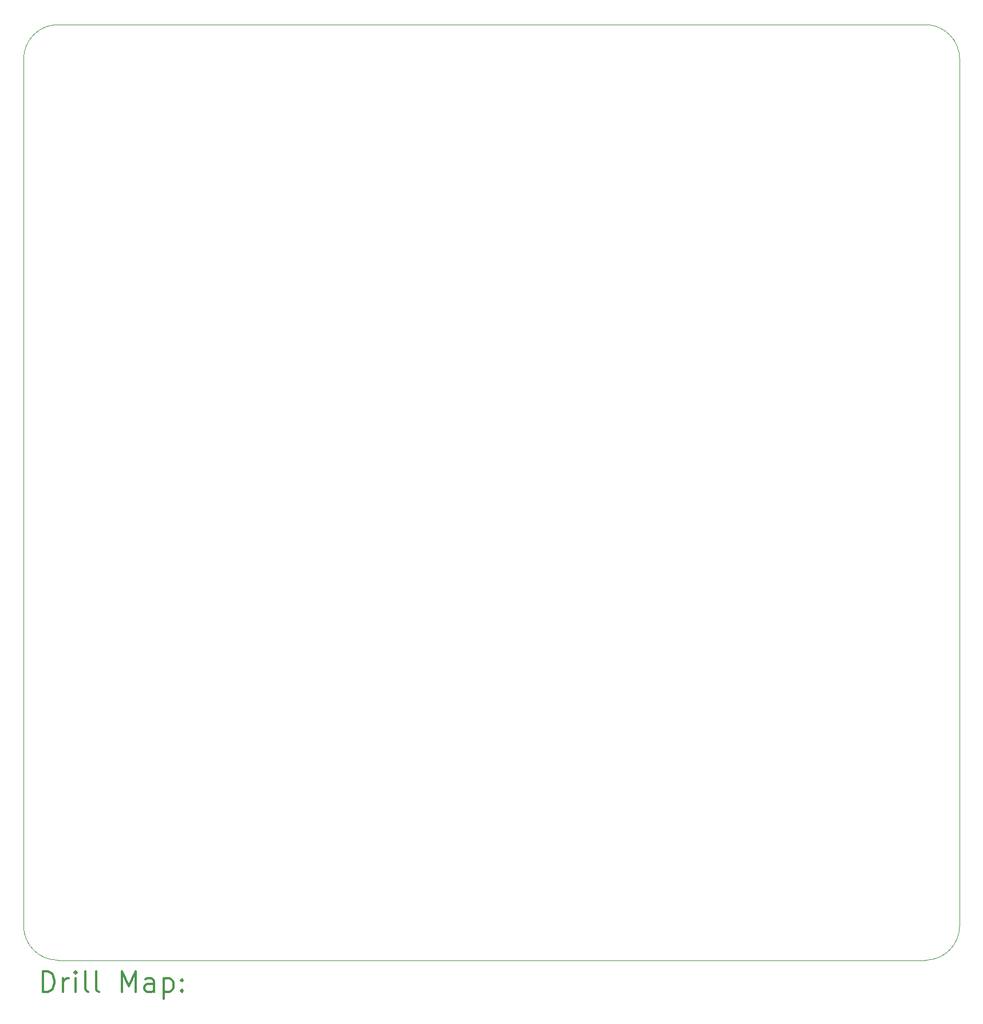
<source format=gbr>
%FSLAX45Y45*%
G04 Gerber Fmt 4.5, Leading zero omitted, Abs format (unit mm)*
G04 Created by KiCad (PCBNEW (5.1.10)-1) date 2021-11-24 08:50:35*
%MOMM*%
%LPD*%
G01*
G04 APERTURE LIST*
%TA.AperFunction,Profile*%
%ADD10C,0.050000*%
%TD*%
%ADD11C,0.200000*%
%ADD12C,0.300000*%
G04 APERTURE END LIST*
D10*
X20618450Y-16103600D02*
X7791450Y-16103600D01*
X7791450Y-16103600D02*
G75*
G02*
X7283450Y-15595600I0J508000D01*
G01*
X7283450Y-2781300D02*
X7283450Y-15595600D01*
X21126450Y-15595600D02*
G75*
G02*
X20618450Y-16103600I-508000J0D01*
G01*
X21126450Y-2781300D02*
X21126450Y-15595600D01*
X7283450Y-2781300D02*
G75*
G02*
X7791450Y-2273300I508000J0D01*
G01*
X20618450Y-2273300D02*
G75*
G02*
X21126450Y-2781300I0J-508000D01*
G01*
X20618450Y-2273300D02*
X7791450Y-2273300D01*
D11*
D12*
X7567378Y-16571814D02*
X7567378Y-16271814D01*
X7638807Y-16271814D01*
X7681664Y-16286100D01*
X7710236Y-16314671D01*
X7724521Y-16343243D01*
X7738807Y-16400386D01*
X7738807Y-16443243D01*
X7724521Y-16500386D01*
X7710236Y-16528957D01*
X7681664Y-16557529D01*
X7638807Y-16571814D01*
X7567378Y-16571814D01*
X7867378Y-16571814D02*
X7867378Y-16371814D01*
X7867378Y-16428957D02*
X7881664Y-16400386D01*
X7895950Y-16386100D01*
X7924521Y-16371814D01*
X7953093Y-16371814D01*
X8053093Y-16571814D02*
X8053093Y-16371814D01*
X8053093Y-16271814D02*
X8038807Y-16286100D01*
X8053093Y-16300386D01*
X8067378Y-16286100D01*
X8053093Y-16271814D01*
X8053093Y-16300386D01*
X8238807Y-16571814D02*
X8210236Y-16557529D01*
X8195950Y-16528957D01*
X8195950Y-16271814D01*
X8395950Y-16571814D02*
X8367378Y-16557529D01*
X8353093Y-16528957D01*
X8353093Y-16271814D01*
X8738807Y-16571814D02*
X8738807Y-16271814D01*
X8838807Y-16486100D01*
X8938807Y-16271814D01*
X8938807Y-16571814D01*
X9210236Y-16571814D02*
X9210236Y-16414671D01*
X9195950Y-16386100D01*
X9167378Y-16371814D01*
X9110236Y-16371814D01*
X9081664Y-16386100D01*
X9210236Y-16557529D02*
X9181664Y-16571814D01*
X9110236Y-16571814D01*
X9081664Y-16557529D01*
X9067378Y-16528957D01*
X9067378Y-16500386D01*
X9081664Y-16471814D01*
X9110236Y-16457529D01*
X9181664Y-16457529D01*
X9210236Y-16443243D01*
X9353093Y-16371814D02*
X9353093Y-16671814D01*
X9353093Y-16386100D02*
X9381664Y-16371814D01*
X9438807Y-16371814D01*
X9467378Y-16386100D01*
X9481664Y-16400386D01*
X9495950Y-16428957D01*
X9495950Y-16514671D01*
X9481664Y-16543243D01*
X9467378Y-16557529D01*
X9438807Y-16571814D01*
X9381664Y-16571814D01*
X9353093Y-16557529D01*
X9624521Y-16543243D02*
X9638807Y-16557529D01*
X9624521Y-16571814D01*
X9610236Y-16557529D01*
X9624521Y-16543243D01*
X9624521Y-16571814D01*
X9624521Y-16386100D02*
X9638807Y-16400386D01*
X9624521Y-16414671D01*
X9610236Y-16400386D01*
X9624521Y-16386100D01*
X9624521Y-16414671D01*
M02*

</source>
